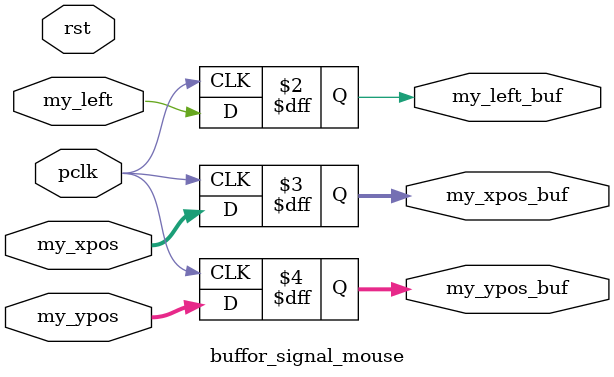
<source format=v>
`timescale 1ns / 1ps
/*--------------------------------------*/
/*      AUTHOR - Szymon Irla         */             
/*--------------------------------------*/
module buffor_signal_mouse(
        input wire pclk,
        input wire rst,
        input wire my_left,
        input wire [11:0] my_xpos,
        input wire [11:0] my_ypos,
        output reg my_left_buf,
        output reg [11:0]my_xpos_buf,
        output reg [11:0]my_ypos_buf
    );

always @(posedge pclk) begin
    my_xpos_buf <= my_xpos;
    my_ypos_buf <= my_ypos;
    my_left_buf <= my_left;
end
endmodule

</source>
